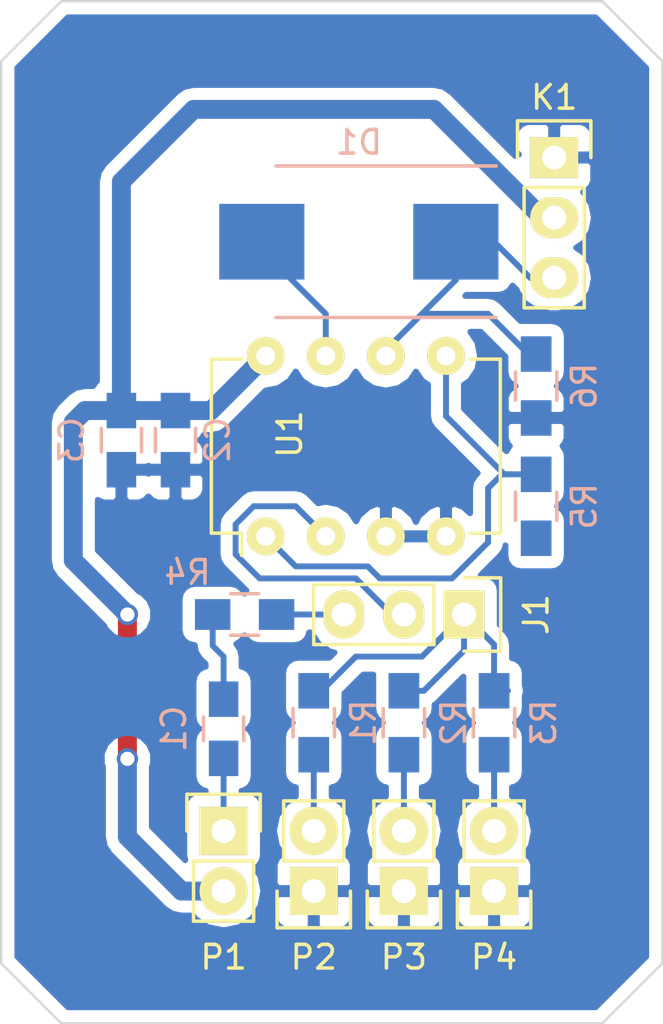
<source format=kicad_pcb>
(kicad_pcb (version 4) (host pcbnew 4.0.2+dfsg1-stable)

  (general
    (links 29)
    (no_connects 1)
    (area 99.009999 40.589999 127.050001 83.870001)
    (thickness 1.6)
    (drawings 8)
    (tracks 78)
    (zones 0)
    (modules 17)
    (nets 14)
  )

  (page A4)
  (layers
    (0 F.Cu signal)
    (31 B.Cu signal)
    (32 B.Adhes user)
    (33 F.Adhes user)
    (34 B.Paste user)
    (35 F.Paste user)
    (36 B.SilkS user)
    (37 F.SilkS user)
    (38 B.Mask user)
    (39 F.Mask user)
    (40 Dwgs.User user)
    (41 Cmts.User user)
    (42 Eco1.User user)
    (43 Eco2.User user)
    (44 Edge.Cuts user)
    (45 Margin user)
    (46 B.CrtYd user)
    (47 F.CrtYd user)
    (48 B.Fab user)
    (49 F.Fab user)
  )

  (setup
    (last_trace_width 0.25)
    (trace_clearance 0.2)
    (zone_clearance 0.508)
    (zone_45_only no)
    (trace_min 0.2)
    (segment_width 0.2)
    (edge_width 0.1)
    (via_size 0.6)
    (via_drill 0.4)
    (via_min_size 0.4)
    (via_min_drill 0.3)
    (uvia_size 0.3)
    (uvia_drill 0.1)
    (uvias_allowed no)
    (uvia_min_size 0.2)
    (uvia_min_drill 0.1)
    (pcb_text_width 0.3)
    (pcb_text_size 1.5 1.5)
    (mod_edge_width 0.15)
    (mod_text_size 1 1)
    (mod_text_width 0.15)
    (pad_size 1.5 1.5)
    (pad_drill 0.6)
    (pad_to_mask_clearance 0)
    (aux_axis_origin 0 0)
    (grid_origin 101.6 55.88)
    (visible_elements FFFFFF7F)
    (pcbplotparams
      (layerselection 0x00030_80000001)
      (usegerberextensions false)
      (excludeedgelayer true)
      (linewidth 0.100000)
      (plotframeref false)
      (viasonmask false)
      (mode 1)
      (useauxorigin false)
      (hpglpennumber 1)
      (hpglpenspeed 20)
      (hpglpendiameter 15)
      (hpglpenoverlay 2)
      (psnegative false)
      (psa4output false)
      (plotreference true)
      (plotvalue true)
      (plotinvisibletext false)
      (padsonsilk false)
      (subtractmaskfromsilk false)
      (outputformat 1)
      (mirror false)
      (drillshape 1)
      (scaleselection 1)
      (outputdirectory ""))
  )

  (net 0 "")
  (net 1 "Net-(C1-Pad1)")
  (net 2 "Net-(C1-Pad2)")
  (net 3 +3V3)
  (net 4 GND)
  (net 5 "Net-(D1-Pad2)")
  (net 6 "Net-(D1-Pad1)")
  (net 7 "Net-(J1-Pad1)")
  (net 8 "Net-(J1-Pad2)")
  (net 9 "Net-(J1-Pad3)")
  (net 10 "Net-(P2-Pad2)")
  (net 11 "Net-(P3-Pad2)")
  (net 12 "Net-(P4-Pad2)")
  (net 13 "Net-(R5-Pad1)")

  (net_class Default "This is the default net class."
    (clearance 0.2)
    (trace_width 0.25)
    (via_dia 0.6)
    (via_drill 0.4)
    (uvia_dia 0.3)
    (uvia_drill 0.1)
    (add_net "Net-(C1-Pad1)")
    (add_net "Net-(C1-Pad2)")
    (add_net "Net-(D1-Pad1)")
    (add_net "Net-(D1-Pad2)")
    (add_net "Net-(J1-Pad1)")
    (add_net "Net-(J1-Pad2)")
    (add_net "Net-(J1-Pad3)")
    (add_net "Net-(P2-Pad2)")
    (add_net "Net-(P3-Pad2)")
    (add_net "Net-(P4-Pad2)")
    (add_net "Net-(R5-Pad1)")
  )

  (net_class Power ""
    (clearance 0.2)
    (trace_width 0.8)
    (via_dia 0.9)
    (via_drill 0.6)
    (uvia_dia 0.3)
    (uvia_drill 0.1)
    (add_net +3V3)
    (add_net GND)
  )

  (module Capacitors_SMD:C_0805_HandSoldering (layer B.Cu) (tedit 541A9B8D) (tstamp 577BBDE7)
    (at 108.458 71.374 270)
    (descr "Capacitor SMD 0805, hand soldering")
    (tags "capacitor 0805")
    (path /577BB964)
    (attr smd)
    (fp_text reference C1 (at 0 2.1 270) (layer B.SilkS)
      (effects (font (size 1 1) (thickness 0.15)) (justify mirror))
    )
    (fp_text value C (at 0 -2.1 270) (layer B.Fab)
      (effects (font (size 1 1) (thickness 0.15)) (justify mirror))
    )
    (fp_line (start -2.3 1) (end 2.3 1) (layer B.CrtYd) (width 0.05))
    (fp_line (start -2.3 -1) (end 2.3 -1) (layer B.CrtYd) (width 0.05))
    (fp_line (start -2.3 1) (end -2.3 -1) (layer B.CrtYd) (width 0.05))
    (fp_line (start 2.3 1) (end 2.3 -1) (layer B.CrtYd) (width 0.05))
    (fp_line (start 0.5 0.85) (end -0.5 0.85) (layer B.SilkS) (width 0.15))
    (fp_line (start -0.5 -0.85) (end 0.5 -0.85) (layer B.SilkS) (width 0.15))
    (pad 1 smd rect (at -1.25 0 270) (size 1.5 1.25) (layers B.Cu B.Paste B.Mask)
      (net 1 "Net-(C1-Pad1)"))
    (pad 2 smd rect (at 1.25 0 270) (size 1.5 1.25) (layers B.Cu B.Paste B.Mask)
      (net 2 "Net-(C1-Pad2)"))
    (model Capacitors_SMD.3dshapes/C_0805_HandSoldering.wrl
      (at (xyz 0 0 0))
      (scale (xyz 1 1 1))
      (rotate (xyz 0 0 0))
    )
  )

  (module Capacitors_SMD:C_0805_HandSoldering (layer B.Cu) (tedit 577BC068) (tstamp 577BBDED)
    (at 106.426 59.182 270)
    (descr "Capacitor SMD 0805, hand soldering")
    (tags "capacitor 0805")
    (path /577BC20C)
    (attr smd)
    (fp_text reference C2 (at 0 -1.778 270) (layer B.SilkS)
      (effects (font (size 1 1) (thickness 0.15)) (justify mirror))
    )
    (fp_text value C (at 0 -2.1 270) (layer B.Fab)
      (effects (font (size 1 1) (thickness 0.15)) (justify mirror))
    )
    (fp_line (start -2.3 1) (end 2.3 1) (layer B.CrtYd) (width 0.05))
    (fp_line (start -2.3 -1) (end 2.3 -1) (layer B.CrtYd) (width 0.05))
    (fp_line (start -2.3 1) (end -2.3 -1) (layer B.CrtYd) (width 0.05))
    (fp_line (start 2.3 1) (end 2.3 -1) (layer B.CrtYd) (width 0.05))
    (fp_line (start 0.5 0.85) (end -0.5 0.85) (layer B.SilkS) (width 0.15))
    (fp_line (start -0.5 -0.85) (end 0.5 -0.85) (layer B.SilkS) (width 0.15))
    (pad 1 smd rect (at -1.25 0 270) (size 1.5 1.25) (layers B.Cu B.Paste B.Mask)
      (net 3 +3V3))
    (pad 2 smd rect (at 1.25 0 270) (size 1.5 1.25) (layers B.Cu B.Paste B.Mask)
      (net 4 GND))
    (model Capacitors_SMD.3dshapes/C_0805_HandSoldering.wrl
      (at (xyz 0 0 0))
      (scale (xyz 1 1 1))
      (rotate (xyz 0 0 0))
    )
  )

  (module Capacitors_SMD:C_0805_HandSoldering (layer B.Cu) (tedit 541A9B8D) (tstamp 577BBDF3)
    (at 104.14 59.182 270)
    (descr "Capacitor SMD 0805, hand soldering")
    (tags "capacitor 0805")
    (path /577BC27F)
    (attr smd)
    (fp_text reference C3 (at 0 2.1 270) (layer B.SilkS)
      (effects (font (size 1 1) (thickness 0.15)) (justify mirror))
    )
    (fp_text value CP (at 0 -2.1 270) (layer B.Fab)
      (effects (font (size 1 1) (thickness 0.15)) (justify mirror))
    )
    (fp_line (start -2.3 1) (end 2.3 1) (layer B.CrtYd) (width 0.05))
    (fp_line (start -2.3 -1) (end 2.3 -1) (layer B.CrtYd) (width 0.05))
    (fp_line (start -2.3 1) (end -2.3 -1) (layer B.CrtYd) (width 0.05))
    (fp_line (start 2.3 1) (end 2.3 -1) (layer B.CrtYd) (width 0.05))
    (fp_line (start 0.5 0.85) (end -0.5 0.85) (layer B.SilkS) (width 0.15))
    (fp_line (start -0.5 -0.85) (end 0.5 -0.85) (layer B.SilkS) (width 0.15))
    (pad 1 smd rect (at -1.25 0 270) (size 1.5 1.25) (layers B.Cu B.Paste B.Mask)
      (net 3 +3V3))
    (pad 2 smd rect (at 1.25 0 270) (size 1.5 1.25) (layers B.Cu B.Paste B.Mask)
      (net 4 GND))
    (model Capacitors_SMD.3dshapes/C_0805_HandSoldering.wrl
      (at (xyz 0 0 0))
      (scale (xyz 1 1 1))
      (rotate (xyz 0 0 0))
    )
  )

  (module Diodes_SMD:DO-214AB_Handsoldering (layer B.Cu) (tedit 55429DAE) (tstamp 577BBDF9)
    (at 114.173 50.8 180)
    (descr "Jedec DO-214AB diode package. Designed according to Fairchild SS32 datasheet.")
    (tags "DO-214AB diode Handsoldering")
    (path /577BBD72)
    (attr smd)
    (fp_text reference D1 (at 0 4.2 180) (layer B.SilkS)
      (effects (font (size 1 1) (thickness 0.15)) (justify mirror))
    )
    (fp_text value D (at 0 -4.6 180) (layer B.Fab)
      (effects (font (size 1 1) (thickness 0.15)) (justify mirror))
    )
    (fp_line (start -6.15 3.45) (end 6.15 3.45) (layer B.CrtYd) (width 0.05))
    (fp_line (start 6.15 3.45) (end 6.15 -3.45) (layer B.CrtYd) (width 0.05))
    (fp_line (start 6.15 -3.45) (end -6.15 -3.45) (layer B.CrtYd) (width 0.05))
    (fp_line (start -6.15 -3.45) (end -6.15 3.45) (layer B.CrtYd) (width 0.05))
    (fp_line (start 3.5 -3.2) (end -5.8 -3.2) (layer B.SilkS) (width 0.15))
    (fp_line (start -5.8 3.2) (end 3.5 3.2) (layer B.SilkS) (width 0.15))
    (pad 2 smd rect (at 4.1 0 180) (size 3.6 3.2) (layers B.Cu B.Paste B.Mask)
      (net 5 "Net-(D1-Pad2)"))
    (pad 1 smd rect (at -4.1 0 180) (size 3.6 3.2) (layers B.Cu B.Paste B.Mask)
      (net 6 "Net-(D1-Pad1)"))
    (model Diodes_SMD.3dshapes/DO-214AB_Handsoldering.wrl
      (at (xyz 0 0 0))
      (scale (xyz 0.39 0.39 0.39))
      (rotate (xyz 0 0 180))
    )
  )

  (module Pin_Headers:Pin_Header_Straight_1x03 (layer F.Cu) (tedit 577BC07C) (tstamp 577BBE00)
    (at 118.618 66.548 270)
    (descr "Through hole pin header")
    (tags "pin header")
    (path /577BB129)
    (fp_text reference J1 (at 0 -3.048 270) (layer F.SilkS)
      (effects (font (size 1 1) (thickness 0.15)))
    )
    (fp_text value INSELECT (at 0 -3.1 270) (layer F.Fab)
      (effects (font (size 1 1) (thickness 0.15)))
    )
    (fp_line (start -1.75 -1.75) (end -1.75 6.85) (layer F.CrtYd) (width 0.05))
    (fp_line (start 1.75 -1.75) (end 1.75 6.85) (layer F.CrtYd) (width 0.05))
    (fp_line (start -1.75 -1.75) (end 1.75 -1.75) (layer F.CrtYd) (width 0.05))
    (fp_line (start -1.75 6.85) (end 1.75 6.85) (layer F.CrtYd) (width 0.05))
    (fp_line (start -1.27 1.27) (end -1.27 6.35) (layer F.SilkS) (width 0.15))
    (fp_line (start -1.27 6.35) (end 1.27 6.35) (layer F.SilkS) (width 0.15))
    (fp_line (start 1.27 6.35) (end 1.27 1.27) (layer F.SilkS) (width 0.15))
    (fp_line (start 1.55 -1.55) (end 1.55 0) (layer F.SilkS) (width 0.15))
    (fp_line (start 1.27 1.27) (end -1.27 1.27) (layer F.SilkS) (width 0.15))
    (fp_line (start -1.55 0) (end -1.55 -1.55) (layer F.SilkS) (width 0.15))
    (fp_line (start -1.55 -1.55) (end 1.55 -1.55) (layer F.SilkS) (width 0.15))
    (pad 1 thru_hole rect (at 0 0 270) (size 2.032 1.7272) (drill 1.016) (layers *.Cu *.Mask F.SilkS)
      (net 7 "Net-(J1-Pad1)"))
    (pad 2 thru_hole oval (at 0 2.54 270) (size 2.032 1.7272) (drill 1.016) (layers *.Cu *.Mask F.SilkS)
      (net 8 "Net-(J1-Pad2)"))
    (pad 3 thru_hole oval (at 0 5.08 270) (size 2.032 1.7272) (drill 1.016) (layers *.Cu *.Mask F.SilkS)
      (net 9 "Net-(J1-Pad3)"))
    (model Pin_Headers.3dshapes/Pin_Header_Straight_1x03.wrl
      (at (xyz 0 -0.1 0))
      (scale (xyz 1 1 1))
      (rotate (xyz 0 0 90))
    )
  )

  (module Pin_Headers:Pin_Header_Straight_1x03 (layer F.Cu) (tedit 577BC081) (tstamp 577BBE07)
    (at 122.428 47.244)
    (descr "Through hole pin header")
    (tags "pin header")
    (path /577BBF62)
    (fp_text reference K1 (at 0 -2.54) (layer F.SilkS)
      (effects (font (size 1 1) (thickness 0.15)))
    )
    (fp_text value XLR3 (at 0 -3.1) (layer F.Fab)
      (effects (font (size 1 1) (thickness 0.15)))
    )
    (fp_line (start -1.75 -1.75) (end -1.75 6.85) (layer F.CrtYd) (width 0.05))
    (fp_line (start 1.75 -1.75) (end 1.75 6.85) (layer F.CrtYd) (width 0.05))
    (fp_line (start -1.75 -1.75) (end 1.75 -1.75) (layer F.CrtYd) (width 0.05))
    (fp_line (start -1.75 6.85) (end 1.75 6.85) (layer F.CrtYd) (width 0.05))
    (fp_line (start -1.27 1.27) (end -1.27 6.35) (layer F.SilkS) (width 0.15))
    (fp_line (start -1.27 6.35) (end 1.27 6.35) (layer F.SilkS) (width 0.15))
    (fp_line (start 1.27 6.35) (end 1.27 1.27) (layer F.SilkS) (width 0.15))
    (fp_line (start 1.55 -1.55) (end 1.55 0) (layer F.SilkS) (width 0.15))
    (fp_line (start 1.27 1.27) (end -1.27 1.27) (layer F.SilkS) (width 0.15))
    (fp_line (start -1.55 0) (end -1.55 -1.55) (layer F.SilkS) (width 0.15))
    (fp_line (start -1.55 -1.55) (end 1.55 -1.55) (layer F.SilkS) (width 0.15))
    (pad 1 thru_hole rect (at 0 0) (size 2.032 1.7272) (drill 1.016) (layers *.Cu *.Mask F.SilkS)
      (net 4 GND))
    (pad 2 thru_hole oval (at 0 2.54) (size 2.032 1.7272) (drill 1.016) (layers *.Cu *.Mask F.SilkS)
      (net 3 +3V3))
    (pad 3 thru_hole oval (at 0 5.08) (size 2.032 1.7272) (drill 1.016) (layers *.Cu *.Mask F.SilkS)
      (net 6 "Net-(D1-Pad1)"))
    (model Pin_Headers.3dshapes/Pin_Header_Straight_1x03.wrl
      (at (xyz 0 -0.1 0))
      (scale (xyz 1 1 1))
      (rotate (xyz 0 0 90))
    )
  )

  (module Pin_Headers:Pin_Header_Straight_1x02 (layer F.Cu) (tedit 577BC091) (tstamp 577BBE0D)
    (at 108.458 75.692)
    (descr "Through hole pin header")
    (tags "pin header")
    (path /577BAFAF)
    (fp_text reference P1 (at 0 5.334) (layer F.SilkS)
      (effects (font (size 1 1) (thickness 0.15)))
    )
    (fp_text value MIC (at 0 -3.1) (layer F.Fab)
      (effects (font (size 1 1) (thickness 0.15)))
    )
    (fp_line (start 1.27 1.27) (end 1.27 3.81) (layer F.SilkS) (width 0.15))
    (fp_line (start 1.55 -1.55) (end 1.55 0) (layer F.SilkS) (width 0.15))
    (fp_line (start -1.75 -1.75) (end -1.75 4.3) (layer F.CrtYd) (width 0.05))
    (fp_line (start 1.75 -1.75) (end 1.75 4.3) (layer F.CrtYd) (width 0.05))
    (fp_line (start -1.75 -1.75) (end 1.75 -1.75) (layer F.CrtYd) (width 0.05))
    (fp_line (start -1.75 4.3) (end 1.75 4.3) (layer F.CrtYd) (width 0.05))
    (fp_line (start 1.27 1.27) (end -1.27 1.27) (layer F.SilkS) (width 0.15))
    (fp_line (start -1.55 0) (end -1.55 -1.55) (layer F.SilkS) (width 0.15))
    (fp_line (start -1.55 -1.55) (end 1.55 -1.55) (layer F.SilkS) (width 0.15))
    (fp_line (start -1.27 1.27) (end -1.27 3.81) (layer F.SilkS) (width 0.15))
    (fp_line (start -1.27 3.81) (end 1.27 3.81) (layer F.SilkS) (width 0.15))
    (pad 1 thru_hole rect (at 0 0) (size 2.032 2.032) (drill 1.016) (layers *.Cu *.Mask F.SilkS)
      (net 2 "Net-(C1-Pad2)"))
    (pad 2 thru_hole oval (at 0 2.54) (size 2.032 2.032) (drill 1.016) (layers *.Cu *.Mask F.SilkS)
      (net 3 +3V3))
    (model Pin_Headers.3dshapes/Pin_Header_Straight_1x02.wrl
      (at (xyz 0 -0.05 0))
      (scale (xyz 1 1 1))
      (rotate (xyz 0 0 90))
    )
  )

  (module Pin_Headers:Pin_Header_Straight_1x02 (layer F.Cu) (tedit 577BC085) (tstamp 577BBE13)
    (at 112.268 78.232 180)
    (descr "Through hole pin header")
    (tags "pin header")
    (path /577BB224)
    (fp_text reference P2 (at 0 -2.794 180) (layer F.SilkS)
      (effects (font (size 1 1) (thickness 0.15)))
    )
    (fp_text value PIEZO (at 0 -3.1 180) (layer F.Fab)
      (effects (font (size 1 1) (thickness 0.15)))
    )
    (fp_line (start 1.27 1.27) (end 1.27 3.81) (layer F.SilkS) (width 0.15))
    (fp_line (start 1.55 -1.55) (end 1.55 0) (layer F.SilkS) (width 0.15))
    (fp_line (start -1.75 -1.75) (end -1.75 4.3) (layer F.CrtYd) (width 0.05))
    (fp_line (start 1.75 -1.75) (end 1.75 4.3) (layer F.CrtYd) (width 0.05))
    (fp_line (start -1.75 -1.75) (end 1.75 -1.75) (layer F.CrtYd) (width 0.05))
    (fp_line (start -1.75 4.3) (end 1.75 4.3) (layer F.CrtYd) (width 0.05))
    (fp_line (start 1.27 1.27) (end -1.27 1.27) (layer F.SilkS) (width 0.15))
    (fp_line (start -1.55 0) (end -1.55 -1.55) (layer F.SilkS) (width 0.15))
    (fp_line (start -1.55 -1.55) (end 1.55 -1.55) (layer F.SilkS) (width 0.15))
    (fp_line (start -1.27 1.27) (end -1.27 3.81) (layer F.SilkS) (width 0.15))
    (fp_line (start -1.27 3.81) (end 1.27 3.81) (layer F.SilkS) (width 0.15))
    (pad 1 thru_hole rect (at 0 0 180) (size 2.032 2.032) (drill 1.016) (layers *.Cu *.Mask F.SilkS)
      (net 4 GND))
    (pad 2 thru_hole oval (at 0 2.54 180) (size 2.032 2.032) (drill 1.016) (layers *.Cu *.Mask F.SilkS)
      (net 10 "Net-(P2-Pad2)"))
    (model Pin_Headers.3dshapes/Pin_Header_Straight_1x02.wrl
      (at (xyz 0 -0.05 0))
      (scale (xyz 1 1 1))
      (rotate (xyz 0 0 90))
    )
  )

  (module Pin_Headers:Pin_Header_Straight_1x02 (layer F.Cu) (tedit 577BC08B) (tstamp 577BBE19)
    (at 116.078 78.232 180)
    (descr "Through hole pin header")
    (tags "pin header")
    (path /577BB8A4)
    (fp_text reference P3 (at 0 -2.794 180) (layer F.SilkS)
      (effects (font (size 1 1) (thickness 0.15)))
    )
    (fp_text value PIEZO (at 0 -3.1 180) (layer F.Fab)
      (effects (font (size 1 1) (thickness 0.15)))
    )
    (fp_line (start 1.27 1.27) (end 1.27 3.81) (layer F.SilkS) (width 0.15))
    (fp_line (start 1.55 -1.55) (end 1.55 0) (layer F.SilkS) (width 0.15))
    (fp_line (start -1.75 -1.75) (end -1.75 4.3) (layer F.CrtYd) (width 0.05))
    (fp_line (start 1.75 -1.75) (end 1.75 4.3) (layer F.CrtYd) (width 0.05))
    (fp_line (start -1.75 -1.75) (end 1.75 -1.75) (layer F.CrtYd) (width 0.05))
    (fp_line (start -1.75 4.3) (end 1.75 4.3) (layer F.CrtYd) (width 0.05))
    (fp_line (start 1.27 1.27) (end -1.27 1.27) (layer F.SilkS) (width 0.15))
    (fp_line (start -1.55 0) (end -1.55 -1.55) (layer F.SilkS) (width 0.15))
    (fp_line (start -1.55 -1.55) (end 1.55 -1.55) (layer F.SilkS) (width 0.15))
    (fp_line (start -1.27 1.27) (end -1.27 3.81) (layer F.SilkS) (width 0.15))
    (fp_line (start -1.27 3.81) (end 1.27 3.81) (layer F.SilkS) (width 0.15))
    (pad 1 thru_hole rect (at 0 0 180) (size 2.032 2.032) (drill 1.016) (layers *.Cu *.Mask F.SilkS)
      (net 4 GND))
    (pad 2 thru_hole oval (at 0 2.54 180) (size 2.032 2.032) (drill 1.016) (layers *.Cu *.Mask F.SilkS)
      (net 11 "Net-(P3-Pad2)"))
    (model Pin_Headers.3dshapes/Pin_Header_Straight_1x02.wrl
      (at (xyz 0 -0.05 0))
      (scale (xyz 1 1 1))
      (rotate (xyz 0 0 90))
    )
  )

  (module Pin_Headers:Pin_Header_Straight_1x02 (layer F.Cu) (tedit 577BC088) (tstamp 577BBE1F)
    (at 119.888 78.232 180)
    (descr "Through hole pin header")
    (tags "pin header")
    (path /577BB8F5)
    (fp_text reference P4 (at 0 -2.794 180) (layer F.SilkS)
      (effects (font (size 1 1) (thickness 0.15)))
    )
    (fp_text value PIEZO (at 0 -3.1 180) (layer F.Fab)
      (effects (font (size 1 1) (thickness 0.15)))
    )
    (fp_line (start 1.27 1.27) (end 1.27 3.81) (layer F.SilkS) (width 0.15))
    (fp_line (start 1.55 -1.55) (end 1.55 0) (layer F.SilkS) (width 0.15))
    (fp_line (start -1.75 -1.75) (end -1.75 4.3) (layer F.CrtYd) (width 0.05))
    (fp_line (start 1.75 -1.75) (end 1.75 4.3) (layer F.CrtYd) (width 0.05))
    (fp_line (start -1.75 -1.75) (end 1.75 -1.75) (layer F.CrtYd) (width 0.05))
    (fp_line (start -1.75 4.3) (end 1.75 4.3) (layer F.CrtYd) (width 0.05))
    (fp_line (start 1.27 1.27) (end -1.27 1.27) (layer F.SilkS) (width 0.15))
    (fp_line (start -1.55 0) (end -1.55 -1.55) (layer F.SilkS) (width 0.15))
    (fp_line (start -1.55 -1.55) (end 1.55 -1.55) (layer F.SilkS) (width 0.15))
    (fp_line (start -1.27 1.27) (end -1.27 3.81) (layer F.SilkS) (width 0.15))
    (fp_line (start -1.27 3.81) (end 1.27 3.81) (layer F.SilkS) (width 0.15))
    (pad 1 thru_hole rect (at 0 0 180) (size 2.032 2.032) (drill 1.016) (layers *.Cu *.Mask F.SilkS)
      (net 4 GND))
    (pad 2 thru_hole oval (at 0 2.54 180) (size 2.032 2.032) (drill 1.016) (layers *.Cu *.Mask F.SilkS)
      (net 12 "Net-(P4-Pad2)"))
    (model Pin_Headers.3dshapes/Pin_Header_Straight_1x02.wrl
      (at (xyz 0 -0.05 0))
      (scale (xyz 1 1 1))
      (rotate (xyz 0 0 90))
    )
  )

  (module Resistors_SMD:R_0805_HandSoldering (layer B.Cu) (tedit 54189DEE) (tstamp 577BBE25)
    (at 112.268 71.12 90)
    (descr "Resistor SMD 0805, hand soldering")
    (tags "resistor 0805")
    (path /577BB397)
    (attr smd)
    (fp_text reference R1 (at 0 2.1 90) (layer B.SilkS)
      (effects (font (size 1 1) (thickness 0.15)) (justify mirror))
    )
    (fp_text value 10k (at 0 -2.1 90) (layer B.Fab)
      (effects (font (size 1 1) (thickness 0.15)) (justify mirror))
    )
    (fp_line (start -2.4 1) (end 2.4 1) (layer B.CrtYd) (width 0.05))
    (fp_line (start -2.4 -1) (end 2.4 -1) (layer B.CrtYd) (width 0.05))
    (fp_line (start -2.4 1) (end -2.4 -1) (layer B.CrtYd) (width 0.05))
    (fp_line (start 2.4 1) (end 2.4 -1) (layer B.CrtYd) (width 0.05))
    (fp_line (start 0.6 -0.875) (end -0.6 -0.875) (layer B.SilkS) (width 0.15))
    (fp_line (start -0.6 0.875) (end 0.6 0.875) (layer B.SilkS) (width 0.15))
    (pad 1 smd rect (at -1.35 0 90) (size 1.5 1.3) (layers B.Cu B.Paste B.Mask)
      (net 10 "Net-(P2-Pad2)"))
    (pad 2 smd rect (at 1.35 0 90) (size 1.5 1.3) (layers B.Cu B.Paste B.Mask)
      (net 7 "Net-(J1-Pad1)"))
    (model Resistors_SMD.3dshapes/R_0805_HandSoldering.wrl
      (at (xyz 0 0 0))
      (scale (xyz 1 1 1))
      (rotate (xyz 0 0 0))
    )
  )

  (module Resistors_SMD:R_0805_HandSoldering (layer B.Cu) (tedit 54189DEE) (tstamp 577BBE2B)
    (at 116.078 71.12 90)
    (descr "Resistor SMD 0805, hand soldering")
    (tags "resistor 0805")
    (path /577BB8B0)
    (attr smd)
    (fp_text reference R2 (at 0 2.1 90) (layer B.SilkS)
      (effects (font (size 1 1) (thickness 0.15)) (justify mirror))
    )
    (fp_text value 10k (at 0 -2.1 90) (layer B.Fab)
      (effects (font (size 1 1) (thickness 0.15)) (justify mirror))
    )
    (fp_line (start -2.4 1) (end 2.4 1) (layer B.CrtYd) (width 0.05))
    (fp_line (start -2.4 -1) (end 2.4 -1) (layer B.CrtYd) (width 0.05))
    (fp_line (start -2.4 1) (end -2.4 -1) (layer B.CrtYd) (width 0.05))
    (fp_line (start 2.4 1) (end 2.4 -1) (layer B.CrtYd) (width 0.05))
    (fp_line (start 0.6 -0.875) (end -0.6 -0.875) (layer B.SilkS) (width 0.15))
    (fp_line (start -0.6 0.875) (end 0.6 0.875) (layer B.SilkS) (width 0.15))
    (pad 1 smd rect (at -1.35 0 90) (size 1.5 1.3) (layers B.Cu B.Paste B.Mask)
      (net 11 "Net-(P3-Pad2)"))
    (pad 2 smd rect (at 1.35 0 90) (size 1.5 1.3) (layers B.Cu B.Paste B.Mask)
      (net 7 "Net-(J1-Pad1)"))
    (model Resistors_SMD.3dshapes/R_0805_HandSoldering.wrl
      (at (xyz 0 0 0))
      (scale (xyz 1 1 1))
      (rotate (xyz 0 0 0))
    )
  )

  (module Resistors_SMD:R_0805_HandSoldering (layer B.Cu) (tedit 54189DEE) (tstamp 577BBE31)
    (at 119.888 71.12 90)
    (descr "Resistor SMD 0805, hand soldering")
    (tags "resistor 0805")
    (path /577BB901)
    (attr smd)
    (fp_text reference R3 (at 0 2.1 90) (layer B.SilkS)
      (effects (font (size 1 1) (thickness 0.15)) (justify mirror))
    )
    (fp_text value 10k (at 0 -2.1 90) (layer B.Fab)
      (effects (font (size 1 1) (thickness 0.15)) (justify mirror))
    )
    (fp_line (start -2.4 1) (end 2.4 1) (layer B.CrtYd) (width 0.05))
    (fp_line (start -2.4 -1) (end 2.4 -1) (layer B.CrtYd) (width 0.05))
    (fp_line (start -2.4 1) (end -2.4 -1) (layer B.CrtYd) (width 0.05))
    (fp_line (start 2.4 1) (end 2.4 -1) (layer B.CrtYd) (width 0.05))
    (fp_line (start 0.6 -0.875) (end -0.6 -0.875) (layer B.SilkS) (width 0.15))
    (fp_line (start -0.6 0.875) (end 0.6 0.875) (layer B.SilkS) (width 0.15))
    (pad 1 smd rect (at -1.35 0 90) (size 1.5 1.3) (layers B.Cu B.Paste B.Mask)
      (net 12 "Net-(P4-Pad2)"))
    (pad 2 smd rect (at 1.35 0 90) (size 1.5 1.3) (layers B.Cu B.Paste B.Mask)
      (net 7 "Net-(J1-Pad1)"))
    (model Resistors_SMD.3dshapes/R_0805_HandSoldering.wrl
      (at (xyz 0 0 0))
      (scale (xyz 1 1 1))
      (rotate (xyz 0 0 0))
    )
  )

  (module Resistors_SMD:R_0805_HandSoldering (layer B.Cu) (tedit 577BC078) (tstamp 577BBE37)
    (at 109.347 66.548 180)
    (descr "Resistor SMD 0805, hand soldering")
    (tags "resistor 0805")
    (path /577BBAF4)
    (attr smd)
    (fp_text reference R4 (at 2.413 1.778 180) (layer B.SilkS)
      (effects (font (size 1 1) (thickness 0.15)) (justify mirror))
    )
    (fp_text value 10k (at 0 -2.1 180) (layer B.Fab)
      (effects (font (size 1 1) (thickness 0.15)) (justify mirror))
    )
    (fp_line (start -2.4 1) (end 2.4 1) (layer B.CrtYd) (width 0.05))
    (fp_line (start -2.4 -1) (end 2.4 -1) (layer B.CrtYd) (width 0.05))
    (fp_line (start -2.4 1) (end -2.4 -1) (layer B.CrtYd) (width 0.05))
    (fp_line (start 2.4 1) (end 2.4 -1) (layer B.CrtYd) (width 0.05))
    (fp_line (start 0.6 -0.875) (end -0.6 -0.875) (layer B.SilkS) (width 0.15))
    (fp_line (start -0.6 0.875) (end 0.6 0.875) (layer B.SilkS) (width 0.15))
    (pad 1 smd rect (at -1.35 0 180) (size 1.5 1.3) (layers B.Cu B.Paste B.Mask)
      (net 9 "Net-(J1-Pad3)"))
    (pad 2 smd rect (at 1.35 0 180) (size 1.5 1.3) (layers B.Cu B.Paste B.Mask)
      (net 1 "Net-(C1-Pad1)"))
    (model Resistors_SMD.3dshapes/R_0805_HandSoldering.wrl
      (at (xyz 0 0 0))
      (scale (xyz 1 1 1))
      (rotate (xyz 0 0 0))
    )
  )

  (module Resistors_SMD:R_0805_HandSoldering (layer B.Cu) (tedit 577BC072) (tstamp 577BBE3D)
    (at 121.666 61.976 270)
    (descr "Resistor SMD 0805, hand soldering")
    (tags "resistor 0805")
    (path /577BB7A9)
    (attr smd)
    (fp_text reference R5 (at 0 -2.032 270) (layer B.SilkS)
      (effects (font (size 1 1) (thickness 0.15)) (justify mirror))
    )
    (fp_text value 100k (at 0 -2.1 270) (layer B.Fab)
      (effects (font (size 1 1) (thickness 0.15)) (justify mirror))
    )
    (fp_line (start -2.4 1) (end 2.4 1) (layer B.CrtYd) (width 0.05))
    (fp_line (start -2.4 -1) (end 2.4 -1) (layer B.CrtYd) (width 0.05))
    (fp_line (start -2.4 1) (end -2.4 -1) (layer B.CrtYd) (width 0.05))
    (fp_line (start 2.4 1) (end 2.4 -1) (layer B.CrtYd) (width 0.05))
    (fp_line (start 0.6 -0.875) (end -0.6 -0.875) (layer B.SilkS) (width 0.15))
    (fp_line (start -0.6 0.875) (end 0.6 0.875) (layer B.SilkS) (width 0.15))
    (pad 1 smd rect (at -1.35 0 270) (size 1.5 1.3) (layers B.Cu B.Paste B.Mask)
      (net 13 "Net-(R5-Pad1)"))
    (pad 2 smd rect (at 1.35 0 270) (size 1.5 1.3) (layers B.Cu B.Paste B.Mask)
      (net 8 "Net-(J1-Pad2)"))
    (model Resistors_SMD.3dshapes/R_0805_HandSoldering.wrl
      (at (xyz 0 0 0))
      (scale (xyz 1 1 1))
      (rotate (xyz 0 0 0))
    )
  )

  (module Resistors_SMD:R_0805_HandSoldering (layer B.Cu) (tedit 577BC06F) (tstamp 577BBE43)
    (at 121.666 56.896 270)
    (descr "Resistor SMD 0805, hand soldering")
    (tags "resistor 0805")
    (path /577BBE35)
    (attr smd)
    (fp_text reference R6 (at 0 -2.032 270) (layer B.SilkS)
      (effects (font (size 1 1) (thickness 0.15)) (justify mirror))
    )
    (fp_text value R (at 0 -2.1 270) (layer B.Fab)
      (effects (font (size 1 1) (thickness 0.15)) (justify mirror))
    )
    (fp_line (start -2.4 1) (end 2.4 1) (layer B.CrtYd) (width 0.05))
    (fp_line (start -2.4 -1) (end 2.4 -1) (layer B.CrtYd) (width 0.05))
    (fp_line (start -2.4 1) (end -2.4 -1) (layer B.CrtYd) (width 0.05))
    (fp_line (start 2.4 1) (end 2.4 -1) (layer B.CrtYd) (width 0.05))
    (fp_line (start 0.6 -0.875) (end -0.6 -0.875) (layer B.SilkS) (width 0.15))
    (fp_line (start -0.6 0.875) (end 0.6 0.875) (layer B.SilkS) (width 0.15))
    (pad 1 smd rect (at -1.35 0 270) (size 1.5 1.3) (layers B.Cu B.Paste B.Mask)
      (net 6 "Net-(D1-Pad1)"))
    (pad 2 smd rect (at 1.35 0 270) (size 1.5 1.3) (layers B.Cu B.Paste B.Mask)
      (net 4 GND))
    (model Resistors_SMD.3dshapes/R_0805_HandSoldering.wrl
      (at (xyz 0 0 0))
      (scale (xyz 1 1 1))
      (rotate (xyz 0 0 0))
    )
  )

  (module Housings_DIP:DIP-8_W7.62mm (layer F.Cu) (tedit 577BC075) (tstamp 577BBE4F)
    (at 110.236 63.246 90)
    (descr "8-lead dip package, row spacing 7.62 mm (300 mils)")
    (tags "dil dip 2.54 300")
    (path /577BB074)
    (fp_text reference U1 (at 4.318 1.016 90) (layer F.SilkS)
      (effects (font (size 1 1) (thickness 0.15)))
    )
    (fp_text value MCP6002 (at 0 -3.72 90) (layer F.Fab)
      (effects (font (size 1 1) (thickness 0.15)))
    )
    (fp_line (start -1.05 -2.45) (end -1.05 10.1) (layer F.CrtYd) (width 0.05))
    (fp_line (start 8.65 -2.45) (end 8.65 10.1) (layer F.CrtYd) (width 0.05))
    (fp_line (start -1.05 -2.45) (end 8.65 -2.45) (layer F.CrtYd) (width 0.05))
    (fp_line (start -1.05 10.1) (end 8.65 10.1) (layer F.CrtYd) (width 0.05))
    (fp_line (start 0.135 -2.295) (end 0.135 -1.025) (layer F.SilkS) (width 0.15))
    (fp_line (start 7.485 -2.295) (end 7.485 -1.025) (layer F.SilkS) (width 0.15))
    (fp_line (start 7.485 9.915) (end 7.485 8.645) (layer F.SilkS) (width 0.15))
    (fp_line (start 0.135 9.915) (end 0.135 8.645) (layer F.SilkS) (width 0.15))
    (fp_line (start 0.135 -2.295) (end 7.485 -2.295) (layer F.SilkS) (width 0.15))
    (fp_line (start 0.135 9.915) (end 7.485 9.915) (layer F.SilkS) (width 0.15))
    (fp_line (start 0.135 -1.025) (end -0.8 -1.025) (layer F.SilkS) (width 0.15))
    (pad 1 thru_hole oval (at 0 0 90) (size 1.6 1.6) (drill 0.8) (layers *.Cu *.Mask F.SilkS)
      (net 13 "Net-(R5-Pad1)"))
    (pad 2 thru_hole oval (at 0 2.54 90) (size 1.6 1.6) (drill 0.8) (layers *.Cu *.Mask F.SilkS)
      (net 8 "Net-(J1-Pad2)"))
    (pad 3 thru_hole oval (at 0 5.08 90) (size 1.6 1.6) (drill 0.8) (layers *.Cu *.Mask F.SilkS)
      (net 4 GND))
    (pad 4 thru_hole oval (at 0 7.62 90) (size 1.6 1.6) (drill 0.8) (layers *.Cu *.Mask F.SilkS)
      (net 4 GND))
    (pad 5 thru_hole oval (at 7.62 7.62 90) (size 1.6 1.6) (drill 0.8) (layers *.Cu *.Mask F.SilkS)
      (net 13 "Net-(R5-Pad1)"))
    (pad 6 thru_hole oval (at 7.62 5.08 90) (size 1.6 1.6) (drill 0.8) (layers *.Cu *.Mask F.SilkS)
      (net 6 "Net-(D1-Pad1)"))
    (pad 7 thru_hole oval (at 7.62 2.54 90) (size 1.6 1.6) (drill 0.8) (layers *.Cu *.Mask F.SilkS)
      (net 5 "Net-(D1-Pad2)"))
    (pad 8 thru_hole oval (at 7.62 0 90) (size 1.6 1.6) (drill 0.8) (layers *.Cu *.Mask F.SilkS)
      (net 3 +3V3))
    (model Housings_DIP.3dshapes/DIP-8_W7.62mm.wrl
      (at (xyz 0 0 0))
      (scale (xyz 1 1 1))
      (rotate (xyz 0 0 0))
    )
  )

  (gr_line (start 99.06 81.28) (end 99.06 43.18) (angle 90) (layer Edge.Cuts) (width 0.1))
  (gr_line (start 101.6 83.82) (end 99.06 81.28) (angle 90) (layer Edge.Cuts) (width 0.1))
  (gr_line (start 124.46 83.82) (end 101.6 83.82) (angle 90) (layer Edge.Cuts) (width 0.1))
  (gr_line (start 127 81.28) (end 124.46 83.82) (angle 90) (layer Edge.Cuts) (width 0.1))
  (gr_line (start 127 43.18) (end 127 81.28) (angle 90) (layer Edge.Cuts) (width 0.1))
  (gr_line (start 124.46 40.64) (end 127 43.18) (angle 90) (layer Edge.Cuts) (width 0.1))
  (gr_line (start 101.6 40.64) (end 124.46 40.64) (angle 90) (layer Edge.Cuts) (width 0.1))
  (gr_line (start 99.06 43.18) (end 101.6 40.64) (angle 90) (layer Edge.Cuts) (width 0.1))

  (segment (start 107.997 66.548) (end 107.997 67.865) (width 0.25) (layer B.Cu) (net 1))
  (segment (start 108.458 68.326) (end 108.458 70.124) (width 0.25) (layer B.Cu) (net 1) (tstamp 577BBFAA))
  (segment (start 107.997 67.865) (end 108.458 68.326) (width 0.25) (layer B.Cu) (net 1) (tstamp 577BBFA9))
  (segment (start 108.458 75.692) (end 108.458 72.624) (width 0.25) (layer B.Cu) (net 2))
  (segment (start 121.92 49.784) (end 117.348 45.212) (width 0.8) (layer B.Cu) (net 3) (tstamp 577BC09E))
  (segment (start 122.428 49.784) (end 121.92 49.784) (width 0.8) (layer B.Cu) (net 3))
  (segment (start 117.348 45.212) (end 116.586 45.212) (width 0.8) (layer B.Cu) (net 3) (tstamp 577BC09F))
  (segment (start 102.108 58.674) (end 102.108 58.42) (width 0.8) (layer B.Cu) (net 3))
  (segment (start 106.68 78.232) (end 104.394 75.946) (width 0.8) (layer B.Cu) (net 3) (tstamp 577BC07F))
  (segment (start 104.394 75.946) (end 104.394 72.644) (width 0.8) (layer B.Cu) (net 3) (tstamp 577BC080))
  (via (at 104.394 72.644) (size 0.9) (drill 0.6) (layers F.Cu B.Cu) (net 3))
  (segment (start 104.394 72.644) (end 104.394 66.548) (width 0.8) (layer F.Cu) (net 3) (tstamp 577BC082))
  (via (at 104.394 66.548) (size 0.9) (drill 0.6) (layers F.Cu B.Cu) (net 3))
  (segment (start 104.394 66.548) (end 102.108 64.262) (width 0.8) (layer B.Cu) (net 3) (tstamp 577BC085))
  (segment (start 102.108 64.262) (end 102.108 58.674) (width 0.8) (layer B.Cu) (net 3) (tstamp 577BC086))
  (segment (start 108.458 78.232) (end 106.68 78.232) (width 0.8) (layer B.Cu) (net 3))
  (segment (start 102.596 57.932) (end 104.14 57.932) (width 0.8) (layer B.Cu) (net 3) (tstamp 577BC08F))
  (segment (start 102.108 58.42) (end 102.596 57.932) (width 0.8) (layer B.Cu) (net 3) (tstamp 577BC08E))
  (segment (start 103.906 58.166) (end 104.14 57.932) (width 0.8) (layer B.Cu) (net 3) (tstamp 577BC089))
  (segment (start 104.14 57.932) (end 104.14 53.34) (width 0.8) (layer B.Cu) (net 3))
  (segment (start 107.188 45.212) (end 116.586 45.212) (width 0.8) (layer B.Cu) (net 3) (tstamp 577BC049))
  (segment (start 104.14 48.26) (end 107.188 45.212) (width 0.8) (layer B.Cu) (net 3) (tstamp 577BC048))
  (segment (start 104.14 53.34) (end 104.14 48.26) (width 0.8) (layer B.Cu) (net 3) (tstamp 577BC047))
  (segment (start 106.426 57.932) (end 107.93 57.932) (width 0.8) (layer B.Cu) (net 3))
  (segment (start 107.93 57.932) (end 110.236 55.626) (width 0.8) (layer B.Cu) (net 3) (tstamp 577BC024))
  (segment (start 106.426 57.932) (end 104.14 57.932) (width 0.8) (layer B.Cu) (net 3))
  (segment (start 110.073 50.8) (end 110.073 51.145) (width 0.25) (layer B.Cu) (net 5))
  (segment (start 110.073 51.145) (end 112.776 53.848) (width 0.25) (layer B.Cu) (net 5) (tstamp 577BC01A))
  (segment (start 112.776 53.848) (end 112.776 55.626) (width 0.25) (layer B.Cu) (net 5) (tstamp 577BC01B))
  (segment (start 121.666 55.546) (end 121.332 55.546) (width 0.25) (layer B.Cu) (net 6))
  (segment (start 121.332 55.546) (end 119.634 53.848) (width 0.25) (layer B.Cu) (net 6) (tstamp 577BBFDB))
  (segment (start 119.634 53.848) (end 116.84 53.848) (width 0.25) (layer B.Cu) (net 6) (tstamp 577BBFDC))
  (segment (start 115.316 55.626) (end 115.316 55.372) (width 0.25) (layer B.Cu) (net 6))
  (segment (start 115.316 55.372) (end 116.84 53.848) (width 0.25) (layer B.Cu) (net 6) (tstamp 577BBFD6))
  (segment (start 116.84 53.848) (end 118.273 52.415) (width 0.25) (layer B.Cu) (net 6) (tstamp 577BBFE0))
  (segment (start 118.273 52.415) (end 118.273 50.8) (width 0.25) (layer B.Cu) (net 6) (tstamp 577BBFD7))
  (segment (start 118.273 50.8) (end 119.888 50.8) (width 0.25) (layer B.Cu) (net 6))
  (segment (start 119.888 50.8) (end 121.412 52.324) (width 0.25) (layer B.Cu) (net 6) (tstamp 577BBFCE))
  (segment (start 121.412 52.324) (end 122.428 52.324) (width 0.25) (layer B.Cu) (net 6) (tstamp 577BBFD0))
  (segment (start 116.078 69.77) (end 116.92 69.77) (width 0.25) (layer B.Cu) (net 7) (status 400000))
  (segment (start 118.618 68.072) (end 118.618 66.548) (width 0.25) (layer B.Cu) (net 7) (tstamp 577BC110) (status 800000))
  (segment (start 116.92 69.77) (end 118.618 68.072) (width 0.25) (layer B.Cu) (net 7) (tstamp 577BC10F))
  (segment (start 112.268 69.77) (end 112.602 69.77) (width 0.25) (layer B.Cu) (net 7))
  (segment (start 112.602 69.77) (end 114.046 68.326) (width 0.25) (layer B.Cu) (net 7) (tstamp 577BBFBE))
  (segment (start 114.046 68.326) (end 116.84 68.326) (width 0.25) (layer B.Cu) (net 7) (tstamp 577BBFBF))
  (segment (start 116.84 68.326) (end 118.618 66.548) (width 0.25) (layer B.Cu) (net 7) (tstamp 577BBFC1))
  (segment (start 119.888 69.77) (end 120.476 69.77) (width 0.25) (layer B.Cu) (net 7))
  (segment (start 119.888 69.77) (end 119.888 67.818) (width 0.25) (layer B.Cu) (net 7))
  (segment (start 119.888 67.818) (end 118.618 66.548) (width 0.25) (layer B.Cu) (net 7) (tstamp 577BBFB5))
  (segment (start 116.078 66.548) (end 115.57 66.548) (width 0.25) (layer B.Cu) (net 8))
  (segment (start 115.57 66.548) (end 114.046 65.024) (width 0.25) (layer B.Cu) (net 8) (tstamp 577BC062))
  (segment (start 111.506 61.976) (end 112.776 63.246) (width 0.25) (layer B.Cu) (net 8) (tstamp 577BC06B))
  (segment (start 109.728 61.976) (end 111.506 61.976) (width 0.25) (layer B.Cu) (net 8) (tstamp 577BC06A))
  (segment (start 108.966 62.738) (end 109.728 61.976) (width 0.25) (layer B.Cu) (net 8) (tstamp 577BC069))
  (segment (start 108.966 64.008) (end 108.966 62.738) (width 0.25) (layer B.Cu) (net 8) (tstamp 577BC067))
  (segment (start 109.982 65.024) (end 108.966 64.008) (width 0.25) (layer B.Cu) (net 8) (tstamp 577BC065))
  (segment (start 114.046 65.024) (end 109.982 65.024) (width 0.25) (layer B.Cu) (net 8) (tstamp 577BC063))
  (segment (start 116.078 66.548) (end 116.078 66.04) (width 0.25) (layer B.Cu) (net 8))
  (segment (start 110.697 66.548) (end 113.538 66.548) (width 0.25) (layer B.Cu) (net 9))
  (segment (start 112.268 75.692) (end 112.268 72.47) (width 0.25) (layer B.Cu) (net 10))
  (segment (start 116.078 72.47) (end 116.078 75.692) (width 0.25) (layer B.Cu) (net 11) (status C00000))
  (segment (start 119.888 75.692) (end 119.888 72.47) (width 0.25) (layer B.Cu) (net 12))
  (segment (start 119.888 75.692) (end 119.888 72.47) (width 0.25) (layer B.Cu) (net 12))
  (segment (start 118.872 64.262) (end 118.11 65.024) (width 0.25) (layer B.Cu) (net 13))
  (segment (start 120.222 60.626) (end 119.634 61.214) (width 0.25) (layer B.Cu) (net 13) (tstamp 577BC054))
  (segment (start 119.634 61.214) (end 119.634 63.5) (width 0.25) (layer B.Cu) (net 13) (tstamp 577BC055))
  (segment (start 119.634 63.5) (end 118.872 64.262) (width 0.25) (layer B.Cu) (net 13) (tstamp 577BC056))
  (segment (start 120.65 60.626) (end 120.222 60.626) (width 0.25) (layer B.Cu) (net 13))
  (segment (start 111.506 64.516) (end 110.236 63.246) (width 0.25) (layer B.Cu) (net 13) (tstamp 577BC05E))
  (segment (start 114.554 64.516) (end 111.506 64.516) (width 0.25) (layer B.Cu) (net 13) (tstamp 577BC05D))
  (segment (start 115.062 65.024) (end 114.554 64.516) (width 0.25) (layer B.Cu) (net 13) (tstamp 577BC05C))
  (segment (start 118.11 65.024) (end 115.062 65.024) (width 0.25) (layer B.Cu) (net 13) (tstamp 577BC05B))
  (segment (start 110.236 63.246) (end 110.49 63.246) (width 0.25) (layer B.Cu) (net 13))
  (segment (start 117.856 55.626) (end 117.856 58.166) (width 0.25) (layer B.Cu) (net 13))
  (segment (start 120.316 60.626) (end 120.65 60.626) (width 0.25) (layer B.Cu) (net 13) (tstamp 577BBFE4))
  (segment (start 120.65 60.626) (end 121.666 60.626) (width 0.25) (layer B.Cu) (net 13) (tstamp 577BC052))
  (segment (start 118.618 58.928) (end 120.316 60.626) (width 0.25) (layer B.Cu) (net 13) (tstamp 577BBFF3))
  (segment (start 117.856 58.166) (end 118.618 58.928) (width 0.25) (layer B.Cu) (net 13) (tstamp 577BBFE2))

  (zone (net 4) (net_name GND) (layer B.Cu) (tstamp 577BC0C3) (hatch edge 0.508)
    (connect_pads (clearance 0.508))
    (min_thickness 0.254)
    (fill yes (arc_segments 16) (thermal_gap 0.508) (thermal_bridge_width 0.508))
    (polygon
      (pts
        (xy 99.06 43.18) (xy 101.6 40.64) (xy 124.46 40.64) (xy 127 43.18) (xy 127 81.28)
        (xy 124.46 83.82) (xy 101.6 83.82) (xy 99.06 81.28)
      )
    )
    (filled_polygon
      (pts
        (xy 126.315 43.463736) (xy 126.315 80.996264) (xy 124.176264 83.135) (xy 101.883736 83.135) (xy 99.745 80.996264)
        (xy 99.745 58.42) (xy 101.072999 58.42) (xy 101.073 58.420005) (xy 101.073 64.261995) (xy 101.072999 64.262)
        (xy 101.151785 64.658077) (xy 101.376144 64.993856) (xy 103.424044 67.041756) (xy 103.473646 67.1618) (xy 103.778595 67.467282)
        (xy 104.177233 67.632811) (xy 104.608873 67.633188) (xy 105.0078 67.468354) (xy 105.313282 67.163405) (xy 105.478811 66.764767)
        (xy 105.479188 66.333127) (xy 105.314354 65.9342) (xy 105.009405 65.628718) (xy 104.88803 65.578319) (xy 103.143 63.833288)
        (xy 103.143 61.708026) (xy 103.155301 61.720327) (xy 103.38869 61.817) (xy 103.85425 61.817) (xy 104.013 61.65825)
        (xy 104.013 60.559) (xy 104.267 60.559) (xy 104.267 61.65825) (xy 104.42575 61.817) (xy 104.89131 61.817)
        (xy 105.124699 61.720327) (xy 105.283 61.562025) (xy 105.441301 61.720327) (xy 105.67469 61.817) (xy 106.14025 61.817)
        (xy 106.299 61.65825) (xy 106.299 60.559) (xy 106.553 60.559) (xy 106.553 61.65825) (xy 106.71175 61.817)
        (xy 107.17731 61.817) (xy 107.410699 61.720327) (xy 107.589327 61.541698) (xy 107.686 61.308309) (xy 107.686 60.71775)
        (xy 107.52725 60.559) (xy 106.553 60.559) (xy 106.299 60.559) (xy 105.32475 60.559) (xy 105.283 60.60075)
        (xy 105.24125 60.559) (xy 104.267 60.559) (xy 104.013 60.559) (xy 103.993 60.559) (xy 103.993 60.305)
        (xy 104.013 60.305) (xy 104.013 60.285) (xy 104.267 60.285) (xy 104.267 60.305) (xy 105.24125 60.305)
        (xy 105.283 60.26325) (xy 105.32475 60.305) (xy 106.299 60.305) (xy 106.299 60.285) (xy 106.553 60.285)
        (xy 106.553 60.305) (xy 107.52725 60.305) (xy 107.686 60.14625) (xy 107.686 59.555691) (xy 107.589327 59.322302)
        (xy 107.44809 59.181064) (xy 107.502441 59.14609) (xy 107.624808 58.967) (xy 107.929995 58.967) (xy 107.93 58.967001)
        (xy 108.326077 58.888215) (xy 108.661856 58.663856) (xy 110.236747 57.088964) (xy 110.785151 56.97988) (xy 111.250698 56.668811)
        (xy 111.506 56.286725) (xy 111.761302 56.668811) (xy 112.226849 56.97988) (xy 112.776 57.089113) (xy 113.325151 56.97988)
        (xy 113.790698 56.668811) (xy 114.046 56.286725) (xy 114.301302 56.668811) (xy 114.766849 56.97988) (xy 115.316 57.089113)
        (xy 115.865151 56.97988) (xy 116.330698 56.668811) (xy 116.586 56.286725) (xy 116.841302 56.668811) (xy 117.096 56.838995)
        (xy 117.096 58.166) (xy 117.153852 58.456839) (xy 117.318599 58.703401) (xy 119.194198 60.579) (xy 119.096599 60.676599)
        (xy 118.931852 60.923161) (xy 118.874 61.214) (xy 118.874 62.269126) (xy 118.593423 62.014959) (xy 118.205039 61.854096)
        (xy 117.983 61.976085) (xy 117.983 63.119) (xy 118.003 63.119) (xy 118.003 63.373) (xy 117.983 63.373)
        (xy 117.983 63.393) (xy 117.729 63.393) (xy 117.729 63.373) (xy 115.443 63.373) (xy 115.443 63.393)
        (xy 115.189 63.393) (xy 115.189 63.373) (xy 115.169 63.373) (xy 115.169 63.119) (xy 115.189 63.119)
        (xy 115.189 61.976085) (xy 115.443 61.976085) (xy 115.443 63.119) (xy 117.729 63.119) (xy 117.729 61.976085)
        (xy 117.506961 61.854096) (xy 117.118577 62.014959) (xy 116.703611 62.390866) (xy 116.586 62.639367) (xy 116.468389 62.390866)
        (xy 116.053423 62.014959) (xy 115.665039 61.854096) (xy 115.443 61.976085) (xy 115.189 61.976085) (xy 114.966961 61.854096)
        (xy 114.578577 62.014959) (xy 114.163611 62.390866) (xy 114.060986 62.607703) (xy 113.790698 62.203189) (xy 113.325151 61.89212)
        (xy 112.776 61.782887) (xy 112.452114 61.847312) (xy 112.043401 61.438599) (xy 111.796839 61.273852) (xy 111.506 61.216)
        (xy 109.728 61.216) (xy 109.437161 61.273852) (xy 109.190599 61.438599) (xy 108.428599 62.200599) (xy 108.263852 62.447161)
        (xy 108.206 62.738) (xy 108.206 64.008) (xy 108.263852 64.298839) (xy 108.428599 64.545401) (xy 109.423122 65.539924)
        (xy 109.350569 65.64611) (xy 109.347919 65.659197) (xy 109.21109 65.446559) (xy 108.99889 65.301569) (xy 108.747 65.25056)
        (xy 107.247 65.25056) (xy 107.011683 65.294838) (xy 106.795559 65.43391) (xy 106.650569 65.64611) (xy 106.59956 65.898)
        (xy 106.59956 67.198) (xy 106.643838 67.433317) (xy 106.78291 67.649441) (xy 106.99511 67.794431) (xy 107.237 67.843415)
        (xy 107.237 67.865) (xy 107.294852 68.155839) (xy 107.459599 68.402401) (xy 107.698 68.640802) (xy 107.698 68.751962)
        (xy 107.597683 68.770838) (xy 107.381559 68.90991) (xy 107.236569 69.12211) (xy 107.18556 69.374) (xy 107.18556 70.874)
        (xy 107.229838 71.109317) (xy 107.36891 71.325441) (xy 107.438711 71.373134) (xy 107.381559 71.40991) (xy 107.236569 71.62211)
        (xy 107.18556 71.874) (xy 107.18556 73.374) (xy 107.229838 73.609317) (xy 107.36891 73.825441) (xy 107.58111 73.970431)
        (xy 107.698 73.994102) (xy 107.698 74.02856) (xy 107.442 74.02856) (xy 107.206683 74.072838) (xy 106.990559 74.21191)
        (xy 106.845569 74.42411) (xy 106.79456 74.676) (xy 106.79456 76.708) (xy 106.835086 76.923374) (xy 105.429 75.517288)
        (xy 105.429 72.980725) (xy 105.478811 72.860767) (xy 105.479188 72.429127) (xy 105.314354 72.0302) (xy 105.009405 71.724718)
        (xy 104.610767 71.559189) (xy 104.179127 71.558812) (xy 103.7802 71.723646) (xy 103.474718 72.028595) (xy 103.309189 72.427233)
        (xy 103.308812 72.858873) (xy 103.359 72.980337) (xy 103.359 75.945995) (xy 103.358999 75.946) (xy 103.437785 76.342077)
        (xy 103.662144 76.677856) (xy 105.948142 78.963853) (xy 105.948144 78.963856) (xy 106.149429 79.098349) (xy 106.283922 79.188215)
        (xy 106.68 79.267001) (xy 106.680005 79.267) (xy 107.169733 79.267) (xy 107.258222 79.399433) (xy 107.793845 79.757325)
        (xy 108.425655 79.883) (xy 108.490345 79.883) (xy 109.122155 79.757325) (xy 109.657778 79.399433) (xy 110.01567 78.86381)
        (xy 110.084505 78.51775) (xy 110.617 78.51775) (xy 110.617 79.37431) (xy 110.713673 79.607699) (xy 110.892302 79.786327)
        (xy 111.125691 79.883) (xy 111.98225 79.883) (xy 112.141 79.72425) (xy 112.141 78.359) (xy 112.395 78.359)
        (xy 112.395 79.72425) (xy 112.55375 79.883) (xy 113.410309 79.883) (xy 113.643698 79.786327) (xy 113.822327 79.607699)
        (xy 113.919 79.37431) (xy 113.919 78.51775) (xy 114.427 78.51775) (xy 114.427 79.37431) (xy 114.523673 79.607699)
        (xy 114.702302 79.786327) (xy 114.935691 79.883) (xy 115.79225 79.883) (xy 115.951 79.72425) (xy 115.951 78.359)
        (xy 116.205 78.359) (xy 116.205 79.72425) (xy 116.36375 79.883) (xy 117.220309 79.883) (xy 117.453698 79.786327)
        (xy 117.632327 79.607699) (xy 117.729 79.37431) (xy 117.729 78.51775) (xy 118.237 78.51775) (xy 118.237 79.37431)
        (xy 118.333673 79.607699) (xy 118.512302 79.786327) (xy 118.745691 79.883) (xy 119.60225 79.883) (xy 119.761 79.72425)
        (xy 119.761 78.359) (xy 120.015 78.359) (xy 120.015 79.72425) (xy 120.17375 79.883) (xy 121.030309 79.883)
        (xy 121.263698 79.786327) (xy 121.442327 79.607699) (xy 121.539 79.37431) (xy 121.539 78.51775) (xy 121.38025 78.359)
        (xy 120.015 78.359) (xy 119.761 78.359) (xy 118.39575 78.359) (xy 118.237 78.51775) (xy 117.729 78.51775)
        (xy 117.57025 78.359) (xy 116.205 78.359) (xy 115.951 78.359) (xy 114.58575 78.359) (xy 114.427 78.51775)
        (xy 113.919 78.51775) (xy 113.76025 78.359) (xy 112.395 78.359) (xy 112.141 78.359) (xy 110.77575 78.359)
        (xy 110.617 78.51775) (xy 110.084505 78.51775) (xy 110.141345 78.232) (xy 110.01567 77.60019) (xy 109.788501 77.260208)
        (xy 109.925441 77.17209) (xy 110.070431 76.95989) (xy 110.12144 76.708) (xy 110.12144 74.676) (xy 110.077162 74.440683)
        (xy 109.93809 74.224559) (xy 109.72589 74.079569) (xy 109.474 74.02856) (xy 109.218 74.02856) (xy 109.218 73.996038)
        (xy 109.318317 73.977162) (xy 109.534441 73.83809) (xy 109.679431 73.62589) (xy 109.73044 73.374) (xy 109.73044 71.874)
        (xy 109.686162 71.638683) (xy 109.54709 71.422559) (xy 109.477289 71.374866) (xy 109.534441 71.33809) (xy 109.679431 71.12589)
        (xy 109.73044 70.874) (xy 109.73044 69.374) (xy 109.686162 69.138683) (xy 109.54709 68.922559) (xy 109.33489 68.777569)
        (xy 109.218 68.753898) (xy 109.218 68.326) (xy 109.160148 68.035161) (xy 109.160148 68.03516) (xy 108.997337 67.791497)
        (xy 109.198441 67.66209) (xy 109.343431 67.44989) (xy 109.346081 67.436803) (xy 109.48291 67.649441) (xy 109.69511 67.794431)
        (xy 109.947 67.84544) (xy 111.447 67.84544) (xy 111.682317 67.801162) (xy 111.898441 67.66209) (xy 112.043431 67.44989)
        (xy 112.072164 67.308) (xy 112.154654 67.308) (xy 112.47833 67.792415) (xy 112.964511 68.117271) (xy 113.144187 68.153011)
        (xy 112.92352 68.373678) (xy 112.918 68.37256) (xy 111.618 68.37256) (xy 111.382683 68.416838) (xy 111.166559 68.55591)
        (xy 111.021569 68.76811) (xy 110.97056 69.02) (xy 110.97056 70.52) (xy 111.014838 70.755317) (xy 111.15391 70.971441)
        (xy 111.36611 71.116431) (xy 111.379197 71.119081) (xy 111.166559 71.25591) (xy 111.021569 71.46811) (xy 110.97056 71.72)
        (xy 110.97056 73.22) (xy 111.014838 73.455317) (xy 111.15391 73.671441) (xy 111.36611 73.816431) (xy 111.508 73.845164)
        (xy 111.508 74.230717) (xy 111.068222 74.524567) (xy 110.71033 75.06019) (xy 110.584655 75.692) (xy 110.71033 76.32381)
        (xy 110.934966 76.660001) (xy 110.892302 76.677673) (xy 110.713673 76.856301) (xy 110.617 77.08969) (xy 110.617 77.94625)
        (xy 110.77575 78.105) (xy 112.141 78.105) (xy 112.141 78.085) (xy 112.395 78.085) (xy 112.395 78.105)
        (xy 113.76025 78.105) (xy 113.919 77.94625) (xy 113.919 77.08969) (xy 113.822327 76.856301) (xy 113.643698 76.677673)
        (xy 113.601034 76.660001) (xy 113.82567 76.32381) (xy 113.951345 75.692) (xy 113.82567 75.06019) (xy 113.467778 74.524567)
        (xy 113.028 74.230717) (xy 113.028 73.846742) (xy 113.153317 73.823162) (xy 113.369441 73.68409) (xy 113.514431 73.47189)
        (xy 113.56544 73.22) (xy 113.56544 71.72) (xy 113.521162 71.484683) (xy 113.38209 71.268559) (xy 113.16989 71.123569)
        (xy 113.156803 71.120919) (xy 113.369441 70.98409) (xy 113.514431 70.77189) (xy 113.56544 70.52) (xy 113.56544 69.881362)
        (xy 114.360802 69.086) (xy 114.78056 69.086) (xy 114.78056 70.52) (xy 114.824838 70.755317) (xy 114.96391 70.971441)
        (xy 115.17611 71.116431) (xy 115.189197 71.119081) (xy 114.976559 71.25591) (xy 114.831569 71.46811) (xy 114.78056 71.72)
        (xy 114.78056 73.22) (xy 114.824838 73.455317) (xy 114.96391 73.671441) (xy 115.17611 73.816431) (xy 115.318 73.845164)
        (xy 115.318 74.230717) (xy 114.878222 74.524567) (xy 114.52033 75.06019) (xy 114.394655 75.692) (xy 114.52033 76.32381)
        (xy 114.744966 76.660001) (xy 114.702302 76.677673) (xy 114.523673 76.856301) (xy 114.427 77.08969) (xy 114.427 77.94625)
        (xy 114.58575 78.105) (xy 115.951 78.105) (xy 115.951 78.085) (xy 116.205 78.085) (xy 116.205 78.105)
        (xy 117.57025 78.105) (xy 117.729 77.94625) (xy 117.729 77.08969) (xy 117.632327 76.856301) (xy 117.453698 76.677673)
        (xy 117.411034 76.660001) (xy 117.63567 76.32381) (xy 117.761345 75.692) (xy 117.63567 75.06019) (xy 117.277778 74.524567)
        (xy 116.838 74.230717) (xy 116.838 73.846742) (xy 116.963317 73.823162) (xy 117.179441 73.68409) (xy 117.324431 73.47189)
        (xy 117.37544 73.22) (xy 117.37544 71.72) (xy 117.331162 71.484683) (xy 117.19209 71.268559) (xy 116.97989 71.123569)
        (xy 116.966803 71.120919) (xy 117.179441 70.98409) (xy 117.324431 70.77189) (xy 117.37544 70.52) (xy 117.37544 70.362165)
        (xy 117.457401 70.307401) (xy 118.59056 69.174242) (xy 118.59056 70.52) (xy 118.634838 70.755317) (xy 118.77391 70.971441)
        (xy 118.98611 71.116431) (xy 118.999197 71.119081) (xy 118.786559 71.25591) (xy 118.641569 71.46811) (xy 118.59056 71.72)
        (xy 118.59056 73.22) (xy 118.634838 73.455317) (xy 118.77391 73.671441) (xy 118.98611 73.816431) (xy 119.128 73.845164)
        (xy 119.128 74.230717) (xy 118.688222 74.524567) (xy 118.33033 75.06019) (xy 118.204655 75.692) (xy 118.33033 76.32381)
        (xy 118.554966 76.660001) (xy 118.512302 76.677673) (xy 118.333673 76.856301) (xy 118.237 77.08969) (xy 118.237 77.94625)
        (xy 118.39575 78.105) (xy 119.761 78.105) (xy 119.761 78.085) (xy 120.015 78.085) (xy 120.015 78.105)
        (xy 121.38025 78.105) (xy 121.539 77.94625) (xy 121.539 77.08969) (xy 121.442327 76.856301) (xy 121.263698 76.677673)
        (xy 121.221034 76.660001) (xy 121.44567 76.32381) (xy 121.571345 75.692) (xy 121.44567 75.06019) (xy 121.087778 74.524567)
        (xy 120.648 74.230717) (xy 120.648 73.846742) (xy 120.773317 73.823162) (xy 120.989441 73.68409) (xy 121.134431 73.47189)
        (xy 121.18544 73.22) (xy 121.18544 71.72) (xy 121.141162 71.484683) (xy 121.00209 71.268559) (xy 120.78989 71.123569)
        (xy 120.776803 71.120919) (xy 120.989441 70.98409) (xy 121.134431 70.77189) (xy 121.18544 70.52) (xy 121.18544 70.02418)
        (xy 121.236 69.77) (xy 121.18544 69.51582) (xy 121.18544 69.02) (xy 121.141162 68.784683) (xy 121.00209 68.568559)
        (xy 120.78989 68.423569) (xy 120.648 68.394836) (xy 120.648 67.818) (xy 120.609381 67.623852) (xy 120.590148 67.52716)
        (xy 120.425401 67.280599) (xy 120.12904 66.984238) (xy 120.12904 65.532) (xy 120.084762 65.296683) (xy 119.94569 65.080559)
        (xy 119.73349 64.935569) (xy 119.4816 64.88456) (xy 119.324242 64.88456) (xy 120.171401 64.037401) (xy 120.336148 63.790839)
        (xy 120.36856 63.627894) (xy 120.36856 64.076) (xy 120.412838 64.311317) (xy 120.55191 64.527441) (xy 120.76411 64.672431)
        (xy 121.016 64.72344) (xy 122.316 64.72344) (xy 122.551317 64.679162) (xy 122.767441 64.54009) (xy 122.912431 64.32789)
        (xy 122.96344 64.076) (xy 122.96344 62.576) (xy 122.919162 62.340683) (xy 122.78009 62.124559) (xy 122.56789 61.979569)
        (xy 122.554803 61.976919) (xy 122.767441 61.84009) (xy 122.912431 61.62789) (xy 122.96344 61.376) (xy 122.96344 59.876)
        (xy 122.919162 59.640683) (xy 122.782195 59.42783) (xy 122.854327 59.355698) (xy 122.951 59.122309) (xy 122.951 58.53175)
        (xy 122.79225 58.373) (xy 121.793 58.373) (xy 121.793 58.393) (xy 121.539 58.393) (xy 121.539 58.373)
        (xy 120.53975 58.373) (xy 120.381 58.53175) (xy 120.381 59.122309) (xy 120.477673 59.355698) (xy 120.552108 59.430133)
        (xy 120.419569 59.62411) (xy 120.414406 59.649604) (xy 118.616 57.851198) (xy 118.616 56.838995) (xy 118.870698 56.668811)
        (xy 119.181767 56.203264) (xy 119.291 55.654113) (xy 119.291 55.597887) (xy 119.181767 55.048736) (xy 118.887276 54.608)
        (xy 119.319198 54.608) (xy 120.36856 55.657362) (xy 120.36856 56.296) (xy 120.412838 56.531317) (xy 120.55191 56.747441)
        (xy 120.76411 56.892431) (xy 120.79749 56.899191) (xy 120.656301 56.957673) (xy 120.477673 57.136302) (xy 120.381 57.369691)
        (xy 120.381 57.96025) (xy 120.53975 58.119) (xy 121.539 58.119) (xy 121.539 58.099) (xy 121.793 58.099)
        (xy 121.793 58.119) (xy 122.79225 58.119) (xy 122.951 57.96025) (xy 122.951 57.369691) (xy 122.854327 57.136302)
        (xy 122.675699 56.957673) (xy 122.539713 56.901346) (xy 122.551317 56.899162) (xy 122.767441 56.76009) (xy 122.912431 56.54789)
        (xy 122.96344 56.296) (xy 122.96344 54.796) (xy 122.919162 54.560683) (xy 122.78009 54.344559) (xy 122.56789 54.199569)
        (xy 122.316 54.14856) (xy 121.016 54.14856) (xy 121.010413 54.149611) (xy 120.171401 53.310599) (xy 119.924839 53.145852)
        (xy 119.634 53.088) (xy 118.674802 53.088) (xy 118.715362 53.04744) (xy 120.073 53.04744) (xy 120.308317 53.003162)
        (xy 120.524441 52.86409) (xy 120.667668 52.65447) (xy 120.845828 52.83263) (xy 120.858729 52.897489) (xy 121.183585 53.38367)
        (xy 121.669766 53.708526) (xy 122.243255 53.8226) (xy 122.612745 53.8226) (xy 123.186234 53.708526) (xy 123.672415 53.38367)
        (xy 123.997271 52.897489) (xy 124.111345 52.324) (xy 123.997271 51.750511) (xy 123.672415 51.26433) (xy 123.357634 51.054)
        (xy 123.672415 50.84367) (xy 123.997271 50.357489) (xy 124.111345 49.784) (xy 123.997271 49.210511) (xy 123.672415 48.72433)
        (xy 123.65022 48.7095) (xy 123.803698 48.645927) (xy 123.982327 48.467299) (xy 124.079 48.23391) (xy 124.079 47.52975)
        (xy 123.92025 47.371) (xy 122.555 47.371) (xy 122.555 47.391) (xy 122.301 47.391) (xy 122.301 47.371)
        (xy 122.281 47.371) (xy 122.281 47.117) (xy 122.301 47.117) (xy 122.301 45.90415) (xy 122.555 45.90415)
        (xy 122.555 47.117) (xy 123.92025 47.117) (xy 124.079 46.95825) (xy 124.079 46.25409) (xy 123.982327 46.020701)
        (xy 123.803698 45.842073) (xy 123.570309 45.7454) (xy 122.71375 45.7454) (xy 122.555 45.90415) (xy 122.301 45.90415)
        (xy 122.14225 45.7454) (xy 121.285691 45.7454) (xy 121.052302 45.842073) (xy 120.873673 46.020701) (xy 120.777 46.25409)
        (xy 120.777 46.95825) (xy 120.935748 47.116998) (xy 120.777 47.116998) (xy 120.777 47.177289) (xy 118.079856 44.480144)
        (xy 117.744077 44.255785) (xy 117.348 44.176999) (xy 117.347995 44.177) (xy 107.188005 44.177) (xy 107.188 44.176999)
        (xy 106.791923 44.255785) (xy 106.456144 44.480144) (xy 106.456142 44.480147) (xy 103.408144 47.528144) (xy 103.183785 47.863923)
        (xy 103.104999 48.26) (xy 103.105 48.260005) (xy 103.105 56.691243) (xy 103.063559 56.71791) (xy 102.941192 56.897)
        (xy 102.596005 56.897) (xy 102.596 56.896999) (xy 102.199922 56.975785) (xy 102.134124 57.01975) (xy 101.864144 57.200144)
        (xy 101.864142 57.200147) (xy 101.376144 57.688144) (xy 101.151785 58.023923) (xy 101.072999 58.42) (xy 99.745 58.42)
        (xy 99.745 43.463736) (xy 101.883736 41.325) (xy 124.176264 41.325)
      )
    )
  )
)

</source>
